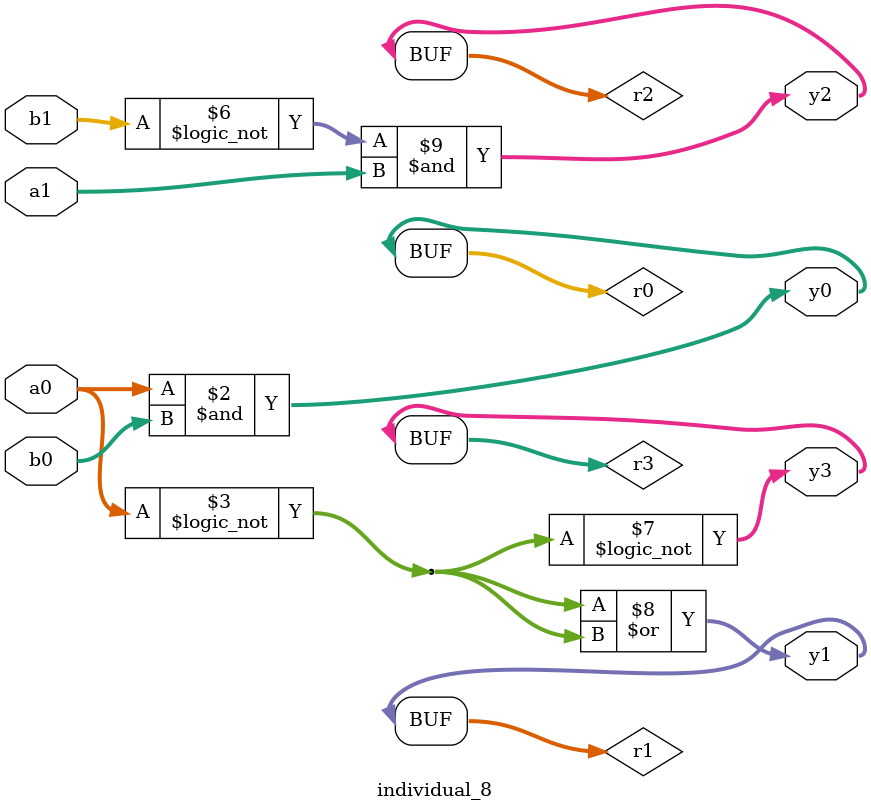
<source format=sv>
module individual_8(input logic [15:0] a1, input logic [15:0] a0, input logic [15:0] b1, input logic [15:0] b0, output logic [15:0] y3, output logic [15:0] y2, output logic [15:0] y1, output logic [15:0] y0);
logic [15:0] r0, r1, r2, r3; 
 always@(*) begin 
	 r0 = a0; r1 = a1; r2 = b0; r3 = b1; 
 	 r0  &=  r2 ;
 	 r1 = ! a0 ;
 	 r3  &=  r3 ;
 	 r2  &=  r3 ;
 	 r2 = ! b1 ;
 	 r3 = ! r1 ;
 	 r1  |=  r1 ;
 	 r2  &=  a1 ;
 	 y3 = r3; y2 = r2; y1 = r1; y0 = r0; 
end
endmodule
</source>
